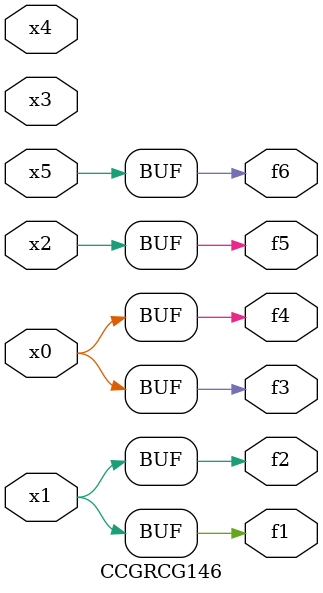
<source format=v>
module CCGRCG146(
	input x0, x1, x2, x3, x4, x5,
	output f1, f2, f3, f4, f5, f6
);
	assign f1 = x1;
	assign f2 = x1;
	assign f3 = x0;
	assign f4 = x0;
	assign f5 = x2;
	assign f6 = x5;
endmodule

</source>
